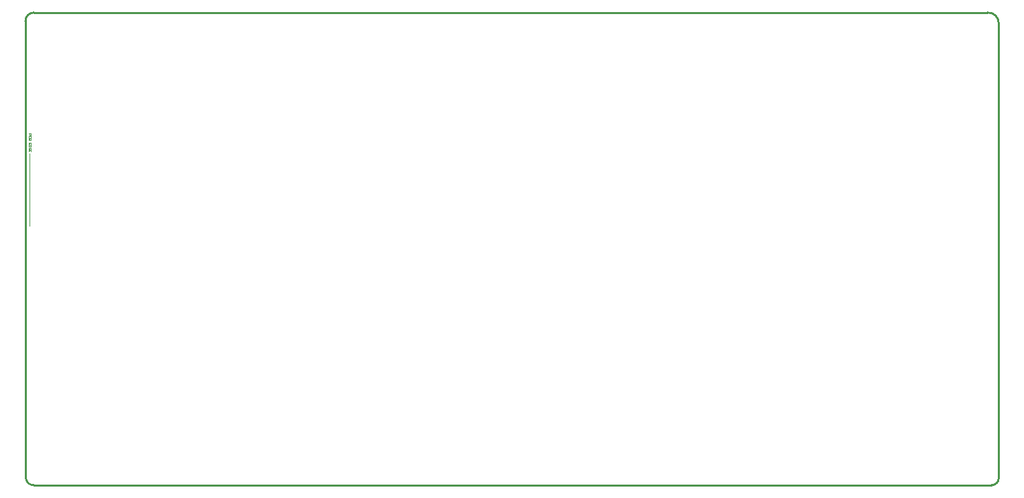
<source format=gm1>
G04*
G04 #@! TF.GenerationSoftware,Altium Limited,Altium Designer,25.8.1 (18)*
G04*
G04 Layer_Color=16711935*
%FSLAX44Y44*%
%MOMM*%
G71*
G04*
G04 #@! TF.SameCoordinates,0C62A506-4AB3-4D0B-B9C4-09F1DB62E7D0*
G04*
G04*
G04 #@! TF.FilePolarity,Positive*
G04*
G01*
G75*
%ADD104C,0.2540*%
%ADD137C,0.1000*%
D104*
X1224801Y580091D02*
G03*
X1210703Y594132I-13458J585D01*
G01*
X1215905Y-2842D02*
G03*
X1224801Y6054I0J8896D01*
G01*
X-2839Y6854D02*
G03*
X6854Y-2839I9692J0D01*
G01*
X7460Y594061D02*
G03*
X-3289Y583312I0J-10749D01*
G01*
X1224801Y6054D02*
X1224801Y580091D01*
X6865Y594061D02*
X1210703Y594061D01*
X6871Y-2839D02*
X1215905Y-2842D01*
X6854Y-2839D02*
X6871Y-2839D01*
X-3289Y583312D02*
X-2839Y6854D01*
D137*
X1731Y324621D02*
Y416271D01*
X731Y441271D02*
X3730D01*
Y439772D01*
X3230Y439272D01*
X2230D01*
X1731Y439772D01*
Y441271D01*
X3230Y436273D02*
X3730Y436773D01*
Y437772D01*
X3230Y438272D01*
X1231D01*
X731Y437772D01*
Y436773D01*
X1231Y436273D01*
X3730Y435273D02*
X731D01*
Y433774D01*
X1231Y433274D01*
X1731D01*
X2230Y433774D01*
Y435273D01*
Y433774D01*
X2730Y433274D01*
X3230D01*
X3730Y433774D01*
Y435273D01*
Y427276D02*
Y429275D01*
X731D01*
Y427276D01*
X2230Y429275D02*
Y428275D01*
X3730Y426276D02*
X731D01*
Y424776D01*
X1231Y424277D01*
X3230D01*
X3730Y424776D01*
Y426276D01*
X3230Y421278D02*
X3730Y421777D01*
Y422777D01*
X3230Y423277D01*
X1231D01*
X731Y422777D01*
Y421777D01*
X1231Y421278D01*
X2230D01*
Y422277D01*
X3730Y418279D02*
Y420278D01*
X731D01*
Y418279D01*
X2230Y420278D02*
Y419278D01*
M02*

</source>
